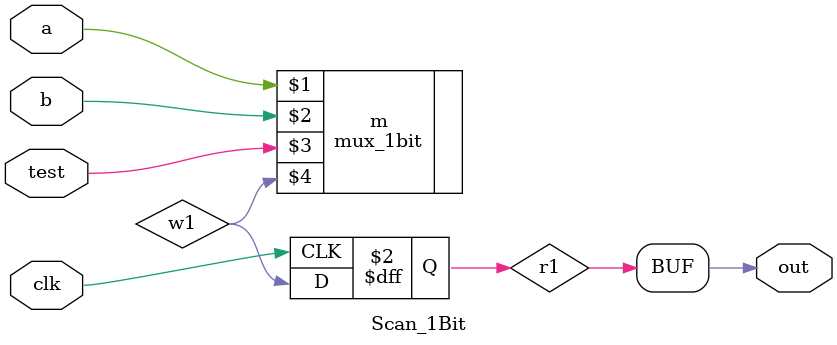
<source format=v>
`timescale 1ns / 1ps
module Scan_1Bit(a,b,test,out,clk);
	
	input a,b,test,clk;
	output out;
	wire w1;
	reg r1;
	mux_1bit m(a,b,test,w1);
	
	always@(posedge clk)
		r1<=w1;
	
	assign out=r1;
	
endmodule

</source>
